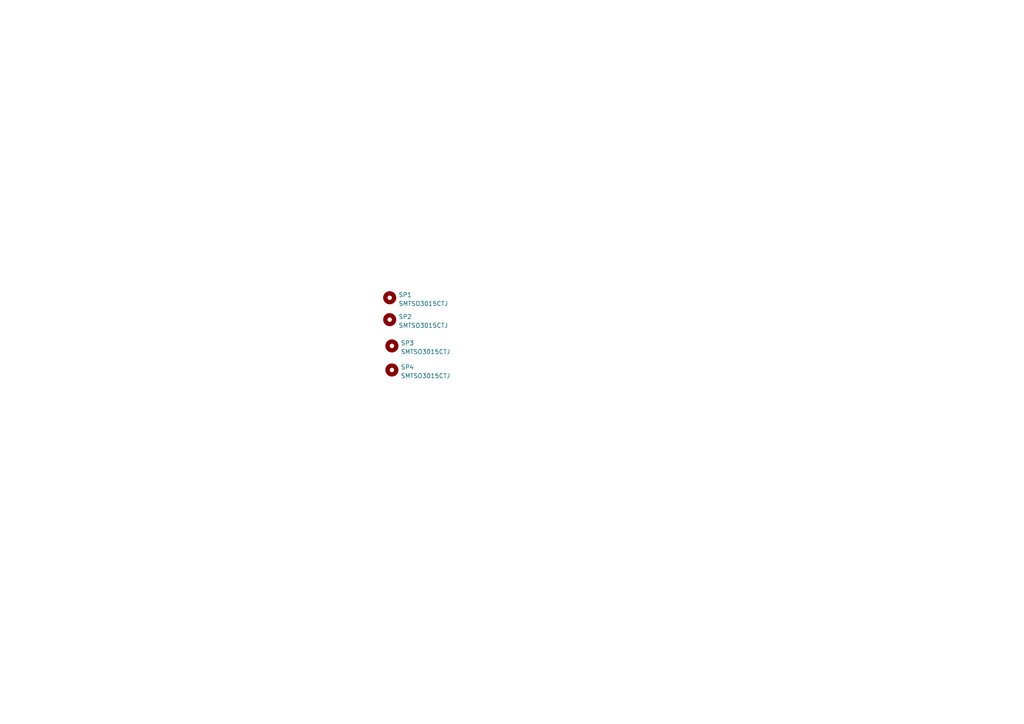
<source format=kicad_sch>
(kicad_sch (version 20211123) (generator eeschema)
  (paper "A4")
  (lib_symbols
    (symbol "Mechanical:MountingHole" (pin_names (offset 1.016))
      (property "Reference" "H" (at 0 5.08 0))
      (property "Value" "MountingHole" (at 0 3.175 0))
      (symbol "MountingHole_0_1"
        (circle (center 0 0) (radius 1.27) (stroke (width 1.27)))
      )
    )
  )
  (symbol (lib_id "Mechanical:MountingHole") (at 113.03 86.36 0) (unit 1)
    (property "Reference" "SP1" (at 115.57 85.5253 0) (effects (justify left)))
    (property "Value" "SMTSO3015CTJ" (at 115.57 88.0622 0) (effects (justify left)))
    (property "Footprint" "MyModules:SMTSO3060CTJ" (effects hide))
    (property "LCSC" "C2915632" (effects hide))
  )
  (symbol (lib_id "Mechanical:MountingHole") (at 113.665 100.33 0) (unit 1)
    (property "Reference" "SP3" (at 116.205 99.4953 0) (effects (justify left)))
    (property "Value" "SMTSO3015CTJ" (at 116.205 102.0322 0) (effects (justify left)))
    (property "Footprint" "MyModules:SMTSO3060CTJ" (effects hide))
    (property "LCSC" "C2915632" (effects hide))
  )
  (symbol (lib_id "Mechanical:MountingHole") (at 113.665 107.315 0) (unit 1)
    (property "Reference" "SP4" (at 116.205 106.4803 0) (effects (justify left)))
    (property "Value" "SMTSO3015CTJ" (at 116.205 109.0172 0) (effects (justify left)))
    (property "Footprint" "MyModules:SMTSO3060CTJ" (effects hide))
    (property "LCSC" "C2915632" (effects hide))
  )
  (symbol (lib_id "Mechanical:MountingHole") (at 113.03 92.71 0) (unit 1)
    (property "Reference" "SP2" (at 115.57 91.8753 0) (effects (justify left)))
    (property "Value" "SMTSO3015CTJ" (at 115.57 94.4122 0) (effects (justify left)))
    (property "Footprint" "MyModules:SMTSO3060CTJ" (effects hide))
    (property "LCSC" "C2915632" (effects hide))
  )
)
</source>
